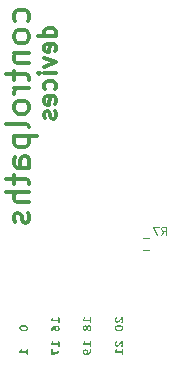
<source format=gbr>
%TF.GenerationSoftware,KiCad,Pcbnew,7.0.9-7.0.9~ubuntu22.04.1*%
%TF.CreationDate,2023-12-01T21:26:13+01:00*%
%TF.ProjectId,rp2040_pmod,72703230-3430-45f7-906d-6f642e6b6963,rev?*%
%TF.SameCoordinates,Original*%
%TF.FileFunction,Legend,Bot*%
%TF.FilePolarity,Positive*%
%FSLAX46Y46*%
G04 Gerber Fmt 4.6, Leading zero omitted, Abs format (unit mm)*
G04 Created by KiCad (PCBNEW 7.0.9-7.0.9~ubuntu22.04.1) date 2023-12-01 21:26:13*
%MOMM*%
%LPD*%
G01*
G04 APERTURE LIST*
%ADD10C,0.300000*%
%ADD11C,0.200000*%
%ADD12C,0.080000*%
%ADD13C,0.120000*%
G04 APERTURE END LIST*
D10*
X136200828Y-75697368D02*
X134700828Y-75697368D01*
X136129400Y-75697368D02*
X136200828Y-75554510D01*
X136200828Y-75554510D02*
X136200828Y-75268796D01*
X136200828Y-75268796D02*
X136129400Y-75125939D01*
X136129400Y-75125939D02*
X136057971Y-75054510D01*
X136057971Y-75054510D02*
X135915114Y-74983082D01*
X135915114Y-74983082D02*
X135486542Y-74983082D01*
X135486542Y-74983082D02*
X135343685Y-75054510D01*
X135343685Y-75054510D02*
X135272257Y-75125939D01*
X135272257Y-75125939D02*
X135200828Y-75268796D01*
X135200828Y-75268796D02*
X135200828Y-75554510D01*
X135200828Y-75554510D02*
X135272257Y-75697368D01*
X136129400Y-76983082D02*
X136200828Y-76840225D01*
X136200828Y-76840225D02*
X136200828Y-76554511D01*
X136200828Y-76554511D02*
X136129400Y-76411653D01*
X136129400Y-76411653D02*
X135986542Y-76340225D01*
X135986542Y-76340225D02*
X135415114Y-76340225D01*
X135415114Y-76340225D02*
X135272257Y-76411653D01*
X135272257Y-76411653D02*
X135200828Y-76554511D01*
X135200828Y-76554511D02*
X135200828Y-76840225D01*
X135200828Y-76840225D02*
X135272257Y-76983082D01*
X135272257Y-76983082D02*
X135415114Y-77054511D01*
X135415114Y-77054511D02*
X135557971Y-77054511D01*
X135557971Y-77054511D02*
X135700828Y-76340225D01*
X135200828Y-77554510D02*
X136200828Y-77911653D01*
X136200828Y-77911653D02*
X135200828Y-78268796D01*
X136200828Y-78840224D02*
X135200828Y-78840224D01*
X134700828Y-78840224D02*
X134772257Y-78768796D01*
X134772257Y-78768796D02*
X134843685Y-78840224D01*
X134843685Y-78840224D02*
X134772257Y-78911653D01*
X134772257Y-78911653D02*
X134700828Y-78840224D01*
X134700828Y-78840224D02*
X134843685Y-78840224D01*
X136129400Y-80197368D02*
X136200828Y-80054510D01*
X136200828Y-80054510D02*
X136200828Y-79768796D01*
X136200828Y-79768796D02*
X136129400Y-79625939D01*
X136129400Y-79625939D02*
X136057971Y-79554510D01*
X136057971Y-79554510D02*
X135915114Y-79483082D01*
X135915114Y-79483082D02*
X135486542Y-79483082D01*
X135486542Y-79483082D02*
X135343685Y-79554510D01*
X135343685Y-79554510D02*
X135272257Y-79625939D01*
X135272257Y-79625939D02*
X135200828Y-79768796D01*
X135200828Y-79768796D02*
X135200828Y-80054510D01*
X135200828Y-80054510D02*
X135272257Y-80197368D01*
X136129400Y-81411653D02*
X136200828Y-81268796D01*
X136200828Y-81268796D02*
X136200828Y-80983082D01*
X136200828Y-80983082D02*
X136129400Y-80840224D01*
X136129400Y-80840224D02*
X135986542Y-80768796D01*
X135986542Y-80768796D02*
X135415114Y-80768796D01*
X135415114Y-80768796D02*
X135272257Y-80840224D01*
X135272257Y-80840224D02*
X135200828Y-80983082D01*
X135200828Y-80983082D02*
X135200828Y-81268796D01*
X135200828Y-81268796D02*
X135272257Y-81411653D01*
X135272257Y-81411653D02*
X135415114Y-81483082D01*
X135415114Y-81483082D02*
X135557971Y-81483082D01*
X135557971Y-81483082D02*
X135700828Y-80768796D01*
X136129400Y-82054510D02*
X136200828Y-82197367D01*
X136200828Y-82197367D02*
X136200828Y-82483081D01*
X136200828Y-82483081D02*
X136129400Y-82625938D01*
X136129400Y-82625938D02*
X135986542Y-82697367D01*
X135986542Y-82697367D02*
X135915114Y-82697367D01*
X135915114Y-82697367D02*
X135772257Y-82625938D01*
X135772257Y-82625938D02*
X135700828Y-82483081D01*
X135700828Y-82483081D02*
X135700828Y-82268796D01*
X135700828Y-82268796D02*
X135629400Y-82125938D01*
X135629400Y-82125938D02*
X135486542Y-82054510D01*
X135486542Y-82054510D02*
X135415114Y-82054510D01*
X135415114Y-82054510D02*
X135272257Y-82125938D01*
X135272257Y-82125938D02*
X135200828Y-82268796D01*
X135200828Y-82268796D02*
X135200828Y-82483081D01*
X135200828Y-82483081D02*
X135272257Y-82625938D01*
X133844400Y-74430701D02*
X133939638Y-74240225D01*
X133939638Y-74240225D02*
X133939638Y-73859272D01*
X133939638Y-73859272D02*
X133844400Y-73668796D01*
X133844400Y-73668796D02*
X133749161Y-73573558D01*
X133749161Y-73573558D02*
X133558685Y-73478320D01*
X133558685Y-73478320D02*
X132987257Y-73478320D01*
X132987257Y-73478320D02*
X132796780Y-73573558D01*
X132796780Y-73573558D02*
X132701542Y-73668796D01*
X132701542Y-73668796D02*
X132606304Y-73859272D01*
X132606304Y-73859272D02*
X132606304Y-74240225D01*
X132606304Y-74240225D02*
X132701542Y-74430701D01*
X133939638Y-75573558D02*
X133844400Y-75383082D01*
X133844400Y-75383082D02*
X133749161Y-75287844D01*
X133749161Y-75287844D02*
X133558685Y-75192606D01*
X133558685Y-75192606D02*
X132987257Y-75192606D01*
X132987257Y-75192606D02*
X132796780Y-75287844D01*
X132796780Y-75287844D02*
X132701542Y-75383082D01*
X132701542Y-75383082D02*
X132606304Y-75573558D01*
X132606304Y-75573558D02*
X132606304Y-75859273D01*
X132606304Y-75859273D02*
X132701542Y-76049749D01*
X132701542Y-76049749D02*
X132796780Y-76144987D01*
X132796780Y-76144987D02*
X132987257Y-76240225D01*
X132987257Y-76240225D02*
X133558685Y-76240225D01*
X133558685Y-76240225D02*
X133749161Y-76144987D01*
X133749161Y-76144987D02*
X133844400Y-76049749D01*
X133844400Y-76049749D02*
X133939638Y-75859273D01*
X133939638Y-75859273D02*
X133939638Y-75573558D01*
X132606304Y-77097368D02*
X133939638Y-77097368D01*
X132796780Y-77097368D02*
X132701542Y-77192606D01*
X132701542Y-77192606D02*
X132606304Y-77383082D01*
X132606304Y-77383082D02*
X132606304Y-77668797D01*
X132606304Y-77668797D02*
X132701542Y-77859273D01*
X132701542Y-77859273D02*
X132892019Y-77954511D01*
X132892019Y-77954511D02*
X133939638Y-77954511D01*
X132606304Y-78621178D02*
X132606304Y-79383082D01*
X131939638Y-78906892D02*
X133653923Y-78906892D01*
X133653923Y-78906892D02*
X133844400Y-79002130D01*
X133844400Y-79002130D02*
X133939638Y-79192606D01*
X133939638Y-79192606D02*
X133939638Y-79383082D01*
X133939638Y-80049749D02*
X132606304Y-80049749D01*
X132987257Y-80049749D02*
X132796780Y-80144987D01*
X132796780Y-80144987D02*
X132701542Y-80240225D01*
X132701542Y-80240225D02*
X132606304Y-80430701D01*
X132606304Y-80430701D02*
X132606304Y-80621178D01*
X133939638Y-81573558D02*
X133844400Y-81383082D01*
X133844400Y-81383082D02*
X133749161Y-81287844D01*
X133749161Y-81287844D02*
X133558685Y-81192606D01*
X133558685Y-81192606D02*
X132987257Y-81192606D01*
X132987257Y-81192606D02*
X132796780Y-81287844D01*
X132796780Y-81287844D02*
X132701542Y-81383082D01*
X132701542Y-81383082D02*
X132606304Y-81573558D01*
X132606304Y-81573558D02*
X132606304Y-81859273D01*
X132606304Y-81859273D02*
X132701542Y-82049749D01*
X132701542Y-82049749D02*
X132796780Y-82144987D01*
X132796780Y-82144987D02*
X132987257Y-82240225D01*
X132987257Y-82240225D02*
X133558685Y-82240225D01*
X133558685Y-82240225D02*
X133749161Y-82144987D01*
X133749161Y-82144987D02*
X133844400Y-82049749D01*
X133844400Y-82049749D02*
X133939638Y-81859273D01*
X133939638Y-81859273D02*
X133939638Y-81573558D01*
X133939638Y-83383082D02*
X133844400Y-83192606D01*
X133844400Y-83192606D02*
X133653923Y-83097368D01*
X133653923Y-83097368D02*
X131939638Y-83097368D01*
X132606304Y-84144987D02*
X134606304Y-84144987D01*
X132701542Y-84144987D02*
X132606304Y-84335463D01*
X132606304Y-84335463D02*
X132606304Y-84716416D01*
X132606304Y-84716416D02*
X132701542Y-84906892D01*
X132701542Y-84906892D02*
X132796780Y-85002130D01*
X132796780Y-85002130D02*
X132987257Y-85097368D01*
X132987257Y-85097368D02*
X133558685Y-85097368D01*
X133558685Y-85097368D02*
X133749161Y-85002130D01*
X133749161Y-85002130D02*
X133844400Y-84906892D01*
X133844400Y-84906892D02*
X133939638Y-84716416D01*
X133939638Y-84716416D02*
X133939638Y-84335463D01*
X133939638Y-84335463D02*
X133844400Y-84144987D01*
X133939638Y-86811654D02*
X132892019Y-86811654D01*
X132892019Y-86811654D02*
X132701542Y-86716416D01*
X132701542Y-86716416D02*
X132606304Y-86525940D01*
X132606304Y-86525940D02*
X132606304Y-86144987D01*
X132606304Y-86144987D02*
X132701542Y-85954511D01*
X133844400Y-86811654D02*
X133939638Y-86621178D01*
X133939638Y-86621178D02*
X133939638Y-86144987D01*
X133939638Y-86144987D02*
X133844400Y-85954511D01*
X133844400Y-85954511D02*
X133653923Y-85859273D01*
X133653923Y-85859273D02*
X133463447Y-85859273D01*
X133463447Y-85859273D02*
X133272971Y-85954511D01*
X133272971Y-85954511D02*
X133177733Y-86144987D01*
X133177733Y-86144987D02*
X133177733Y-86621178D01*
X133177733Y-86621178D02*
X133082495Y-86811654D01*
X132606304Y-87478321D02*
X132606304Y-88240225D01*
X131939638Y-87764035D02*
X133653923Y-87764035D01*
X133653923Y-87764035D02*
X133844400Y-87859273D01*
X133844400Y-87859273D02*
X133939638Y-88049749D01*
X133939638Y-88049749D02*
X133939638Y-88240225D01*
X133939638Y-88906892D02*
X131939638Y-88906892D01*
X133939638Y-89764035D02*
X132892019Y-89764035D01*
X132892019Y-89764035D02*
X132701542Y-89668797D01*
X132701542Y-89668797D02*
X132606304Y-89478321D01*
X132606304Y-89478321D02*
X132606304Y-89192606D01*
X132606304Y-89192606D02*
X132701542Y-89002130D01*
X132701542Y-89002130D02*
X132796780Y-88906892D01*
X133844400Y-90621178D02*
X133939638Y-90811654D01*
X133939638Y-90811654D02*
X133939638Y-91192606D01*
X133939638Y-91192606D02*
X133844400Y-91383083D01*
X133844400Y-91383083D02*
X133653923Y-91478321D01*
X133653923Y-91478321D02*
X133558685Y-91478321D01*
X133558685Y-91478321D02*
X133368209Y-91383083D01*
X133368209Y-91383083D02*
X133272971Y-91192606D01*
X133272971Y-91192606D02*
X133272971Y-90906892D01*
X133272971Y-90906892D02*
X133177733Y-90716416D01*
X133177733Y-90716416D02*
X132987257Y-90621178D01*
X132987257Y-90621178D02*
X132892019Y-90621178D01*
X132892019Y-90621178D02*
X132701542Y-90716416D01*
X132701542Y-90716416D02*
X132606304Y-90906892D01*
X132606304Y-90906892D02*
X132606304Y-91192606D01*
X132606304Y-91192606D02*
X132701542Y-91383083D01*
D11*
G36*
X133512879Y-100164407D02*
G01*
X133527953Y-100165070D01*
X133542921Y-100166180D01*
X133557757Y-100167739D01*
X133572433Y-100169751D01*
X133586924Y-100172218D01*
X133601204Y-100175146D01*
X133615245Y-100178536D01*
X133629022Y-100182392D01*
X133642509Y-100186717D01*
X133655679Y-100191515D01*
X133668506Y-100196788D01*
X133680964Y-100202541D01*
X133693026Y-100208776D01*
X133704666Y-100215497D01*
X133715858Y-100222707D01*
X133726575Y-100230409D01*
X133736791Y-100238607D01*
X133746481Y-100247304D01*
X133755616Y-100256503D01*
X133764172Y-100266207D01*
X133772122Y-100276420D01*
X133779440Y-100287145D01*
X133786099Y-100298386D01*
X133792073Y-100310145D01*
X133797336Y-100322426D01*
X133801861Y-100335232D01*
X133805623Y-100348567D01*
X133808594Y-100362434D01*
X133810749Y-100376835D01*
X133812061Y-100391775D01*
X133812505Y-100407257D01*
X133812065Y-100422636D01*
X133810762Y-100437486D01*
X133808622Y-100451810D01*
X133805671Y-100465610D01*
X133801934Y-100478891D01*
X133797436Y-100491653D01*
X133792205Y-100503900D01*
X133786264Y-100515634D01*
X133779640Y-100526858D01*
X133772359Y-100537574D01*
X133764445Y-100547786D01*
X133755925Y-100557496D01*
X133746825Y-100566706D01*
X133737170Y-100575420D01*
X133726986Y-100583639D01*
X133716297Y-100591367D01*
X133705131Y-100598606D01*
X133693513Y-100605359D01*
X133681468Y-100611628D01*
X133669022Y-100617417D01*
X133656200Y-100622727D01*
X133643029Y-100627561D01*
X133629533Y-100631922D01*
X133615740Y-100635813D01*
X133601673Y-100639237D01*
X133587359Y-100642195D01*
X133572824Y-100644691D01*
X133558093Y-100646727D01*
X133543192Y-100648306D01*
X133528147Y-100649431D01*
X133512982Y-100650104D01*
X133497725Y-100650327D01*
X133390062Y-100650327D01*
X133374908Y-100650107D01*
X133359833Y-100649444D01*
X133344865Y-100648334D01*
X133330030Y-100646775D01*
X133315354Y-100644763D01*
X133300863Y-100642296D01*
X133286583Y-100639368D01*
X133272542Y-100635978D01*
X133258764Y-100632122D01*
X133245278Y-100627797D01*
X133232107Y-100622999D01*
X133219280Y-100617726D01*
X133206823Y-100611973D01*
X133194761Y-100605738D01*
X133183121Y-100599017D01*
X133171929Y-100591807D01*
X133161212Y-100584105D01*
X133150995Y-100575907D01*
X133141306Y-100567210D01*
X133132170Y-100558011D01*
X133123614Y-100548307D01*
X133115664Y-100538094D01*
X133108347Y-100527369D01*
X133101688Y-100516128D01*
X133095714Y-100504369D01*
X133090451Y-100492088D01*
X133085926Y-100479282D01*
X133082164Y-100465947D01*
X133079193Y-100452080D01*
X133077038Y-100437679D01*
X133075725Y-100422739D01*
X133075282Y-100407257D01*
X133187243Y-100407257D01*
X133188139Y-100421835D01*
X133190790Y-100435723D01*
X133195142Y-100448887D01*
X133201144Y-100461293D01*
X133208740Y-100472905D01*
X133217877Y-100483689D01*
X133228502Y-100493610D01*
X133240561Y-100502634D01*
X133254001Y-100510726D01*
X133261222Y-100514412D01*
X133268769Y-100517851D01*
X133276633Y-100521041D01*
X133284810Y-100523976D01*
X133293291Y-100526651D01*
X133302071Y-100529064D01*
X133311142Y-100531209D01*
X133320499Y-100533082D01*
X133330133Y-100534679D01*
X133340039Y-100535995D01*
X133350211Y-100537026D01*
X133360640Y-100537768D01*
X133371321Y-100538216D01*
X133382247Y-100538367D01*
X133505736Y-100538367D01*
X133516661Y-100538216D01*
X133527340Y-100537768D01*
X133537767Y-100537026D01*
X133547934Y-100535995D01*
X133557836Y-100534679D01*
X133567466Y-100533082D01*
X133576816Y-100531209D01*
X133585881Y-100529064D01*
X133594654Y-100526651D01*
X133603127Y-100523976D01*
X133611296Y-100521041D01*
X133619152Y-100517851D01*
X133626689Y-100514412D01*
X133633901Y-100510726D01*
X133640782Y-100506799D01*
X133653520Y-100498236D01*
X133664851Y-100488759D01*
X133674721Y-100478402D01*
X133683079Y-100467200D01*
X133689871Y-100455187D01*
X133695043Y-100442398D01*
X133698544Y-100428867D01*
X133700319Y-100414630D01*
X133700544Y-100407257D01*
X133699650Y-100392681D01*
X133697006Y-100378799D01*
X133692663Y-100365645D01*
X133686674Y-100353252D01*
X133679093Y-100341655D01*
X133669972Y-100330887D01*
X133659364Y-100320984D01*
X133647323Y-100311978D01*
X133633901Y-100303904D01*
X133626689Y-100300227D01*
X133619152Y-100296796D01*
X133611296Y-100293615D01*
X133603127Y-100290689D01*
X133594654Y-100288020D01*
X133585881Y-100285615D01*
X133576816Y-100283477D01*
X133567466Y-100281609D01*
X133557836Y-100280018D01*
X133547934Y-100278706D01*
X133537767Y-100277679D01*
X133527340Y-100276939D01*
X133516661Y-100276493D01*
X133505736Y-100276343D01*
X133382247Y-100276343D01*
X133371321Y-100276493D01*
X133360640Y-100276939D01*
X133350211Y-100277679D01*
X133340039Y-100278706D01*
X133330133Y-100280018D01*
X133320499Y-100281609D01*
X133311142Y-100283477D01*
X133302071Y-100285615D01*
X133293291Y-100288020D01*
X133284810Y-100290689D01*
X133276633Y-100293615D01*
X133268769Y-100296796D01*
X133261222Y-100300227D01*
X133254001Y-100303904D01*
X133247112Y-100307822D01*
X133234356Y-100316366D01*
X133223007Y-100325825D01*
X133213119Y-100336165D01*
X133204746Y-100347352D01*
X133197940Y-100359351D01*
X133192757Y-100372129D01*
X133189248Y-100385652D01*
X133187468Y-100399885D01*
X133187243Y-100407257D01*
X133075282Y-100407257D01*
X133075722Y-100391878D01*
X133077025Y-100377028D01*
X133079165Y-100362704D01*
X133082116Y-100348904D01*
X133085853Y-100335623D01*
X133090350Y-100322861D01*
X133095582Y-100310614D01*
X133101523Y-100298880D01*
X133108147Y-100287656D01*
X133115428Y-100276940D01*
X133123342Y-100266728D01*
X133131861Y-100257018D01*
X133140962Y-100247808D01*
X133150617Y-100239094D01*
X133160801Y-100230875D01*
X133171489Y-100223147D01*
X133182655Y-100215908D01*
X133194274Y-100209155D01*
X133206319Y-100202886D01*
X133218765Y-100197097D01*
X133231587Y-100191787D01*
X133244758Y-100186953D01*
X133258253Y-100182592D01*
X133272047Y-100178701D01*
X133286114Y-100175277D01*
X133300427Y-100172319D01*
X133314963Y-100169823D01*
X133329693Y-100167787D01*
X133344595Y-100166208D01*
X133359640Y-100165083D01*
X133374805Y-100164410D01*
X133390062Y-100164187D01*
X133497725Y-100164187D01*
X133512879Y-100164407D01*
G37*
G36*
X133744117Y-102178311D02*
G01*
X133753250Y-102178920D01*
X133762740Y-102181062D01*
X133772102Y-102185204D01*
X133778748Y-102189907D01*
X133784843Y-102196197D01*
X133790184Y-102204273D01*
X133794565Y-102214334D01*
X133796852Y-102222240D01*
X133798560Y-102231175D01*
X133799630Y-102241197D01*
X133800000Y-102252365D01*
X133800000Y-102590593D01*
X133799840Y-102598603D01*
X133798965Y-102609979D01*
X133797258Y-102620515D01*
X133794639Y-102630127D01*
X133791028Y-102638729D01*
X133786348Y-102646239D01*
X133780517Y-102652571D01*
X133773458Y-102657643D01*
X133765091Y-102661370D01*
X133755337Y-102663667D01*
X133744117Y-102664452D01*
X133735727Y-102664052D01*
X133724723Y-102662021D01*
X133715488Y-102658407D01*
X133707879Y-102653361D01*
X133701752Y-102647033D01*
X133696962Y-102639574D01*
X133693366Y-102631135D01*
X133690819Y-102621867D01*
X133689178Y-102611920D01*
X133688300Y-102601445D01*
X133688039Y-102590593D01*
X133688039Y-102477459D01*
X133085443Y-102477459D01*
X133085443Y-102366475D01*
X133188611Y-102215240D01*
X133193510Y-102208473D01*
X133199812Y-102200747D01*
X133206003Y-102194422D01*
X133212251Y-102189408D01*
X133220395Y-102184849D01*
X133229215Y-102182026D01*
X133236978Y-102180899D01*
X133243321Y-102180655D01*
X133253331Y-102181709D01*
X133262213Y-102184689D01*
X133269906Y-102189321D01*
X133276343Y-102195334D01*
X133281461Y-102202456D01*
X133285197Y-102210413D01*
X133287485Y-102218934D01*
X133288262Y-102227745D01*
X133288097Y-102235938D01*
X133287369Y-102244686D01*
X133285589Y-102253481D01*
X133282645Y-102261017D01*
X133278351Y-102267926D01*
X133273607Y-102273663D01*
X133208736Y-102365498D01*
X133688039Y-102365498D01*
X133688039Y-102252365D01*
X133688164Y-102244321D01*
X133688880Y-102232900D01*
X133690344Y-102222329D01*
X133692680Y-102212691D01*
X133696016Y-102204068D01*
X133700479Y-102196544D01*
X133706195Y-102190202D01*
X133713290Y-102185124D01*
X133721891Y-102181394D01*
X133732124Y-102179095D01*
X133739916Y-102178399D01*
X133744117Y-102178311D01*
G37*
G36*
X136432117Y-99492812D02*
G01*
X136441250Y-99493421D01*
X136450740Y-99495563D01*
X136460102Y-99499705D01*
X136466748Y-99504408D01*
X136472843Y-99510698D01*
X136478184Y-99518774D01*
X136482565Y-99528835D01*
X136484852Y-99536741D01*
X136486560Y-99545676D01*
X136487630Y-99555698D01*
X136488000Y-99566866D01*
X136488000Y-99905094D01*
X136487840Y-99913104D01*
X136486965Y-99924481D01*
X136485258Y-99935017D01*
X136482639Y-99944628D01*
X136479028Y-99953230D01*
X136474348Y-99960740D01*
X136468517Y-99967072D01*
X136461458Y-99972144D01*
X136453091Y-99975871D01*
X136443337Y-99978168D01*
X136432117Y-99978953D01*
X136423727Y-99978553D01*
X136412723Y-99976522D01*
X136403488Y-99972908D01*
X136395879Y-99967862D01*
X136389752Y-99961534D01*
X136384962Y-99954075D01*
X136381366Y-99945636D01*
X136378819Y-99936368D01*
X136377178Y-99926421D01*
X136376300Y-99915946D01*
X136376039Y-99905094D01*
X136376039Y-99791960D01*
X135773443Y-99791960D01*
X135773443Y-99680976D01*
X135876611Y-99529741D01*
X135881510Y-99522974D01*
X135887812Y-99515248D01*
X135894003Y-99508923D01*
X135900251Y-99503909D01*
X135908395Y-99499350D01*
X135917215Y-99496527D01*
X135924978Y-99495400D01*
X135931321Y-99495157D01*
X135941331Y-99496210D01*
X135950213Y-99499190D01*
X135957906Y-99503822D01*
X135964343Y-99509836D01*
X135969461Y-99516957D01*
X135973197Y-99524914D01*
X135975485Y-99533435D01*
X135976262Y-99542247D01*
X135976097Y-99550439D01*
X135975369Y-99559187D01*
X135973589Y-99567982D01*
X135970645Y-99575518D01*
X135966351Y-99582427D01*
X135961607Y-99588164D01*
X135896736Y-99680000D01*
X136376039Y-99680000D01*
X136376039Y-99566866D01*
X136376164Y-99558822D01*
X136376880Y-99547401D01*
X136378344Y-99536830D01*
X136380680Y-99527192D01*
X136384016Y-99518569D01*
X136388479Y-99511045D01*
X136394195Y-99504703D01*
X136401290Y-99499625D01*
X136409891Y-99495895D01*
X136420124Y-99493596D01*
X136427916Y-99492900D01*
X136432117Y-99492812D01*
G37*
G36*
X136174428Y-100188957D02*
G01*
X136188390Y-100189422D01*
X136202557Y-100190219D01*
X136216884Y-100191368D01*
X136231326Y-100192888D01*
X136245837Y-100194795D01*
X136260373Y-100197111D01*
X136274888Y-100199852D01*
X136289339Y-100203038D01*
X136303680Y-100206688D01*
X136317867Y-100210820D01*
X136331853Y-100215452D01*
X136345595Y-100220604D01*
X136359048Y-100226295D01*
X136372166Y-100232542D01*
X136384905Y-100239364D01*
X136397219Y-100246781D01*
X136409065Y-100254811D01*
X136420396Y-100263472D01*
X136431169Y-100272784D01*
X136441338Y-100282764D01*
X136450858Y-100293432D01*
X136459685Y-100304806D01*
X136467773Y-100316905D01*
X136475078Y-100329748D01*
X136481554Y-100343353D01*
X136487158Y-100357739D01*
X136491843Y-100372925D01*
X136495565Y-100388929D01*
X136498279Y-100405770D01*
X136499941Y-100423466D01*
X136500505Y-100442037D01*
X136500228Y-100455603D01*
X136499403Y-100468785D01*
X136498041Y-100481579D01*
X136496152Y-100493983D01*
X136493745Y-100505993D01*
X136490832Y-100517607D01*
X136487421Y-100528822D01*
X136483524Y-100539634D01*
X136479149Y-100550040D01*
X136474308Y-100560038D01*
X136469010Y-100569624D01*
X136463266Y-100578795D01*
X136457085Y-100587549D01*
X136450478Y-100595882D01*
X136443454Y-100603791D01*
X136436025Y-100611273D01*
X136428199Y-100618325D01*
X136419987Y-100624945D01*
X136411399Y-100631128D01*
X136402445Y-100636872D01*
X136393135Y-100642175D01*
X136383480Y-100647032D01*
X136373489Y-100651441D01*
X136363173Y-100655399D01*
X136352541Y-100658902D01*
X136341604Y-100661948D01*
X136330372Y-100664534D01*
X136318854Y-100666657D01*
X136307062Y-100668313D01*
X136295004Y-100669500D01*
X136282692Y-100670214D01*
X136270135Y-100670453D01*
X136258158Y-100670177D01*
X136246345Y-100669356D01*
X136234709Y-100668004D01*
X136223264Y-100666135D01*
X136212025Y-100663761D01*
X136201006Y-100660896D01*
X136190222Y-100657554D01*
X136179686Y-100653747D01*
X136169412Y-100649489D01*
X136159416Y-100644793D01*
X136149711Y-100639673D01*
X136140311Y-100634142D01*
X136131232Y-100628213D01*
X136122486Y-100621899D01*
X136114088Y-100615214D01*
X136106053Y-100608171D01*
X136098394Y-100600784D01*
X136091126Y-100593065D01*
X136084264Y-100585028D01*
X136077820Y-100576687D01*
X136071811Y-100568054D01*
X136066249Y-100559143D01*
X136061149Y-100549967D01*
X136056526Y-100540540D01*
X136052394Y-100530875D01*
X136048766Y-100520985D01*
X136045657Y-100510883D01*
X136043081Y-100500584D01*
X136041053Y-100490099D01*
X136039587Y-100479443D01*
X136038697Y-100468628D01*
X136038397Y-100457669D01*
X136038585Y-100449853D01*
X136150358Y-100449853D01*
X136150965Y-100461055D01*
X136152746Y-100471912D01*
X136155644Y-100482372D01*
X136159603Y-100492382D01*
X136164564Y-100501891D01*
X136170472Y-100510846D01*
X136177267Y-100519195D01*
X136184894Y-100526887D01*
X136193295Y-100533869D01*
X136202412Y-100540089D01*
X136212189Y-100545495D01*
X136222569Y-100550035D01*
X136233493Y-100553657D01*
X136244905Y-100556308D01*
X136256747Y-100557938D01*
X136268963Y-100558492D01*
X136282509Y-100557997D01*
X136295362Y-100556524D01*
X136307497Y-100554096D01*
X136318889Y-100550734D01*
X136329512Y-100546460D01*
X136339342Y-100541295D01*
X136348354Y-100535260D01*
X136356524Y-100528377D01*
X136363825Y-100520667D01*
X136370234Y-100512153D01*
X136375725Y-100502854D01*
X136380273Y-100492794D01*
X136383854Y-100481993D01*
X136386443Y-100470472D01*
X136388014Y-100458254D01*
X136388544Y-100445359D01*
X136388048Y-100432106D01*
X136386545Y-100419596D01*
X136384013Y-100407816D01*
X136380429Y-100396755D01*
X136375771Y-100386398D01*
X136370017Y-100376734D01*
X136363145Y-100367751D01*
X136355131Y-100359434D01*
X136345955Y-100351773D01*
X136335593Y-100344754D01*
X136324023Y-100338364D01*
X136311223Y-100332592D01*
X136297170Y-100327424D01*
X136289667Y-100325063D01*
X136281843Y-100322848D01*
X136273694Y-100320778D01*
X136265218Y-100318852D01*
X136256412Y-100317067D01*
X136247274Y-100315422D01*
X136236976Y-100321394D01*
X136227065Y-100327922D01*
X136217578Y-100334955D01*
X136208555Y-100342444D01*
X136200033Y-100350340D01*
X136192051Y-100358592D01*
X136184647Y-100367152D01*
X136177860Y-100375969D01*
X136171727Y-100384996D01*
X136166288Y-100394180D01*
X136161580Y-100403475D01*
X136157643Y-100412829D01*
X136154513Y-100422193D01*
X136152230Y-100431518D01*
X136150833Y-100440755D01*
X136150358Y-100449853D01*
X136038585Y-100449853D01*
X136038650Y-100447134D01*
X136039424Y-100436901D01*
X136040740Y-100426931D01*
X136042620Y-100417189D01*
X136045084Y-100407634D01*
X136048155Y-100398232D01*
X136051854Y-100388943D01*
X136056203Y-100379731D01*
X136061222Y-100370557D01*
X136066934Y-100361386D01*
X136073359Y-100352178D01*
X136080520Y-100342896D01*
X136088438Y-100333503D01*
X136097133Y-100323962D01*
X136106629Y-100314235D01*
X136116946Y-100304284D01*
X136104409Y-100306926D01*
X136092122Y-100310010D01*
X136080093Y-100313523D01*
X136068333Y-100317454D01*
X136056851Y-100321793D01*
X136045657Y-100326528D01*
X136034761Y-100331648D01*
X136024173Y-100337141D01*
X136013902Y-100342997D01*
X136003959Y-100349203D01*
X135994352Y-100355750D01*
X135985092Y-100362625D01*
X135976189Y-100369818D01*
X135967652Y-100377317D01*
X135959491Y-100385111D01*
X135951715Y-100393189D01*
X135944336Y-100401539D01*
X135937361Y-100410150D01*
X135930802Y-100419011D01*
X135924667Y-100428112D01*
X135918968Y-100437439D01*
X135913712Y-100446983D01*
X135908911Y-100456732D01*
X135904574Y-100466675D01*
X135900710Y-100476801D01*
X135897330Y-100487098D01*
X135894443Y-100497555D01*
X135892059Y-100508161D01*
X135890188Y-100518904D01*
X135888839Y-100529774D01*
X135888023Y-100540760D01*
X135887748Y-100551849D01*
X135888671Y-100561678D01*
X135890461Y-100570570D01*
X135892827Y-100579950D01*
X135895441Y-100589424D01*
X135897972Y-100598598D01*
X135900092Y-100607078D01*
X135901659Y-100616103D01*
X135901817Y-100619064D01*
X135901168Y-100627696D01*
X135899284Y-100635939D01*
X135896261Y-100643692D01*
X135892193Y-100650856D01*
X135887174Y-100657329D01*
X135881299Y-100663011D01*
X135874663Y-100667802D01*
X135867360Y-100671601D01*
X135859486Y-100674308D01*
X135851134Y-100675822D01*
X135845348Y-100676120D01*
X135837316Y-100675510D01*
X135829650Y-100673708D01*
X135822369Y-100670751D01*
X135815495Y-100666680D01*
X135809050Y-100661532D01*
X135803053Y-100655347D01*
X135797528Y-100648163D01*
X135792494Y-100640020D01*
X135787972Y-100630957D01*
X135783986Y-100621012D01*
X135780554Y-100610225D01*
X135777699Y-100598633D01*
X135775441Y-100586277D01*
X135773802Y-100573196D01*
X135772803Y-100559427D01*
X135772466Y-100545010D01*
X135772604Y-100535389D01*
X135773017Y-100525834D01*
X135773704Y-100516347D01*
X135774666Y-100506928D01*
X135775901Y-100497579D01*
X135777409Y-100488300D01*
X135779189Y-100479092D01*
X135781240Y-100469957D01*
X135783562Y-100460896D01*
X135786154Y-100451909D01*
X135789016Y-100442998D01*
X135792146Y-100434163D01*
X135795545Y-100425406D01*
X135799211Y-100416728D01*
X135803144Y-100408130D01*
X135807344Y-100399612D01*
X135811808Y-100391177D01*
X135816538Y-100382824D01*
X135821533Y-100374555D01*
X135826791Y-100366371D01*
X135832312Y-100358273D01*
X135838095Y-100350263D01*
X135844140Y-100342340D01*
X135850446Y-100334506D01*
X135857013Y-100326763D01*
X135863839Y-100319111D01*
X135870925Y-100311551D01*
X135878269Y-100304084D01*
X135885871Y-100296711D01*
X135893731Y-100289434D01*
X135901847Y-100282254D01*
X135910219Y-100275170D01*
X135916671Y-100269886D01*
X135923205Y-100264766D01*
X135929822Y-100259811D01*
X135936522Y-100255022D01*
X135943306Y-100250399D01*
X135950175Y-100245941D01*
X135957129Y-100241649D01*
X135964169Y-100237523D01*
X135971296Y-100233564D01*
X135978510Y-100229771D01*
X135985812Y-100226145D01*
X135993204Y-100222685D01*
X136000684Y-100219393D01*
X136008255Y-100216268D01*
X136015916Y-100213310D01*
X136023669Y-100210519D01*
X136031515Y-100207897D01*
X136039453Y-100205442D01*
X136047484Y-100203155D01*
X136055610Y-100201037D01*
X136063831Y-100199087D01*
X136072147Y-100197306D01*
X136080559Y-100195693D01*
X136089068Y-100194250D01*
X136097675Y-100192975D01*
X136106381Y-100191870D01*
X136115185Y-100190935D01*
X136124089Y-100190169D01*
X136133093Y-100189573D01*
X136142198Y-100189147D01*
X136151405Y-100188891D01*
X136160714Y-100188806D01*
X136174428Y-100188957D01*
G37*
G36*
X136432117Y-101506936D02*
G01*
X136441250Y-101507545D01*
X136450740Y-101509687D01*
X136460102Y-101513829D01*
X136466748Y-101518532D01*
X136472843Y-101524822D01*
X136478184Y-101532899D01*
X136482565Y-101542959D01*
X136484852Y-101550865D01*
X136486560Y-101559800D01*
X136487630Y-101569823D01*
X136488000Y-101580990D01*
X136488000Y-101919218D01*
X136487840Y-101927228D01*
X136486965Y-101938605D01*
X136485258Y-101949141D01*
X136482639Y-101958752D01*
X136479028Y-101967354D01*
X136474348Y-101974864D01*
X136468517Y-101981196D01*
X136461458Y-101986268D01*
X136453091Y-101989995D01*
X136443337Y-101992292D01*
X136432117Y-101993077D01*
X136423727Y-101992677D01*
X136412723Y-101990646D01*
X136403488Y-101987032D01*
X136395879Y-101981986D01*
X136389752Y-101975658D01*
X136384962Y-101968199D01*
X136381366Y-101959761D01*
X136378819Y-101950492D01*
X136377178Y-101940545D01*
X136376300Y-101930070D01*
X136376039Y-101919218D01*
X136376039Y-101806085D01*
X135773443Y-101806085D01*
X135773443Y-101695101D01*
X135876611Y-101543866D01*
X135881510Y-101537098D01*
X135887812Y-101529372D01*
X135894003Y-101523047D01*
X135900251Y-101518033D01*
X135908395Y-101513474D01*
X135917215Y-101510651D01*
X135924978Y-101509524D01*
X135931321Y-101509281D01*
X135941331Y-101510334D01*
X135950213Y-101513314D01*
X135957906Y-101517946D01*
X135964343Y-101523960D01*
X135969461Y-101531081D01*
X135973197Y-101539039D01*
X135975485Y-101547559D01*
X135976262Y-101556371D01*
X135976097Y-101564563D01*
X135975369Y-101573311D01*
X135973589Y-101582107D01*
X135970645Y-101589642D01*
X135966351Y-101596552D01*
X135961607Y-101602288D01*
X135896736Y-101694124D01*
X136376039Y-101694124D01*
X136376039Y-101580990D01*
X136376164Y-101572946D01*
X136376880Y-101561526D01*
X136378344Y-101550955D01*
X136380680Y-101541316D01*
X136384016Y-101532693D01*
X136388479Y-101525169D01*
X136394195Y-101518827D01*
X136401290Y-101513749D01*
X136409891Y-101510019D01*
X136420124Y-101507721D01*
X136427916Y-101507024D01*
X136432117Y-101506936D01*
G37*
G36*
X135962780Y-102225401D02*
G01*
X135961799Y-102234737D01*
X135959839Y-102243190D01*
X135956889Y-102250773D01*
X135951398Y-102259556D01*
X135944104Y-102266849D01*
X135937434Y-102271360D01*
X135929724Y-102275066D01*
X135920965Y-102277978D01*
X135911145Y-102280111D01*
X135900254Y-102281479D01*
X135900254Y-102536859D01*
X136395969Y-102368820D01*
X136404243Y-102366025D01*
X136412566Y-102363647D01*
X136420620Y-102361974D01*
X136428495Y-102361140D01*
X136434071Y-102361004D01*
X136442174Y-102361691D01*
X136449931Y-102363674D01*
X136457244Y-102366840D01*
X136464014Y-102371071D01*
X136470143Y-102376255D01*
X136475531Y-102382276D01*
X136480082Y-102389018D01*
X136483695Y-102396368D01*
X136486272Y-102404209D01*
X136487716Y-102412428D01*
X136488000Y-102418060D01*
X136487609Y-102425878D01*
X136485803Y-102435239D01*
X136482406Y-102443537D01*
X136477281Y-102450939D01*
X136470294Y-102457612D01*
X136463751Y-102462239D01*
X136456027Y-102466621D01*
X136447066Y-102470828D01*
X136436810Y-102474930D01*
X136433094Y-102476287D01*
X135899277Y-102654487D01*
X135788293Y-102654487D01*
X135788293Y-102169323D01*
X135886967Y-102169323D01*
X135898411Y-102169612D01*
X135909256Y-102170563D01*
X135919386Y-102172303D01*
X135928688Y-102174959D01*
X135937045Y-102178657D01*
X135944343Y-102183523D01*
X135950467Y-102189684D01*
X135955303Y-102197267D01*
X135958734Y-102206398D01*
X135960647Y-102217204D01*
X135961021Y-102225401D01*
X135962780Y-102225401D01*
G37*
G36*
X139120117Y-99492812D02*
G01*
X139129250Y-99493421D01*
X139138740Y-99495563D01*
X139148102Y-99499705D01*
X139154748Y-99504408D01*
X139160843Y-99510698D01*
X139166184Y-99518774D01*
X139170565Y-99528835D01*
X139172852Y-99536741D01*
X139174560Y-99545676D01*
X139175630Y-99555698D01*
X139176000Y-99566866D01*
X139176000Y-99905094D01*
X139175840Y-99913104D01*
X139174965Y-99924481D01*
X139173258Y-99935017D01*
X139170639Y-99944628D01*
X139167028Y-99953230D01*
X139162348Y-99960740D01*
X139156517Y-99967072D01*
X139149458Y-99972144D01*
X139141091Y-99975871D01*
X139131337Y-99978168D01*
X139120117Y-99978953D01*
X139111727Y-99978553D01*
X139100723Y-99976522D01*
X139091488Y-99972908D01*
X139083879Y-99967862D01*
X139077752Y-99961534D01*
X139072962Y-99954075D01*
X139069366Y-99945636D01*
X139066819Y-99936368D01*
X139065178Y-99926421D01*
X139064300Y-99915946D01*
X139064039Y-99905094D01*
X139064039Y-99791960D01*
X138461443Y-99791960D01*
X138461443Y-99680976D01*
X138564611Y-99529741D01*
X138569510Y-99522974D01*
X138575812Y-99515248D01*
X138582003Y-99508923D01*
X138588251Y-99503909D01*
X138596395Y-99499350D01*
X138605215Y-99496527D01*
X138612978Y-99495400D01*
X138619321Y-99495157D01*
X138629331Y-99496210D01*
X138638213Y-99499190D01*
X138645906Y-99503822D01*
X138652343Y-99509836D01*
X138657461Y-99516957D01*
X138661197Y-99524914D01*
X138663485Y-99533435D01*
X138664262Y-99542247D01*
X138664097Y-99550439D01*
X138663369Y-99559187D01*
X138661589Y-99567982D01*
X138658645Y-99575518D01*
X138654351Y-99582427D01*
X138649607Y-99588164D01*
X138584736Y-99680000D01*
X139064039Y-99680000D01*
X139064039Y-99566866D01*
X139064164Y-99558822D01*
X139064880Y-99547401D01*
X139066344Y-99536830D01*
X139068680Y-99527192D01*
X139072016Y-99518569D01*
X139076479Y-99511045D01*
X139082195Y-99504703D01*
X139089290Y-99499625D01*
X139097891Y-99495895D01*
X139108124Y-99493596D01*
X139115916Y-99492900D01*
X139120117Y-99492812D01*
G37*
G36*
X138997814Y-100164474D02*
G01*
X139008732Y-100165330D01*
X139019409Y-100166744D01*
X139029837Y-100168706D01*
X139040007Y-100171207D01*
X139049912Y-100174237D01*
X139059545Y-100177785D01*
X139068896Y-100181842D01*
X139077959Y-100186398D01*
X139086724Y-100191443D01*
X139095186Y-100196967D01*
X139103335Y-100202960D01*
X139111163Y-100209413D01*
X139118663Y-100216315D01*
X139125827Y-100223656D01*
X139132646Y-100231427D01*
X139139114Y-100239617D01*
X139145222Y-100248217D01*
X139150961Y-100257217D01*
X139156325Y-100266606D01*
X139161306Y-100276376D01*
X139165894Y-100286516D01*
X139170084Y-100297015D01*
X139173865Y-100307865D01*
X139177232Y-100319056D01*
X139180175Y-100330577D01*
X139182687Y-100342418D01*
X139184761Y-100354570D01*
X139186387Y-100367022D01*
X139187558Y-100379765D01*
X139188267Y-100392790D01*
X139188505Y-100406085D01*
X139188267Y-100419610D01*
X139187558Y-100432849D01*
X139186387Y-100445792D01*
X139184761Y-100458430D01*
X139182687Y-100470753D01*
X139180175Y-100482752D01*
X139177232Y-100494418D01*
X139173865Y-100505742D01*
X139170084Y-100516713D01*
X139165894Y-100527323D01*
X139161306Y-100537562D01*
X139156325Y-100547421D01*
X139150961Y-100556890D01*
X139145222Y-100565961D01*
X139139114Y-100574623D01*
X139132646Y-100582868D01*
X139125827Y-100590685D01*
X139118663Y-100598066D01*
X139111163Y-100605001D01*
X139103335Y-100611481D01*
X139095186Y-100617497D01*
X139086724Y-100623039D01*
X139077959Y-100628097D01*
X139068896Y-100632663D01*
X139059545Y-100636726D01*
X139049912Y-100640279D01*
X139040007Y-100643310D01*
X139029837Y-100645811D01*
X139019409Y-100647773D01*
X139008732Y-100649186D01*
X138997814Y-100650041D01*
X138986662Y-100650327D01*
X138973719Y-100649895D01*
X138961048Y-100648601D01*
X138948652Y-100646447D01*
X138936535Y-100643437D01*
X138924698Y-100639574D01*
X138913143Y-100634861D01*
X138901875Y-100629302D01*
X138890895Y-100622899D01*
X138880205Y-100615656D01*
X138869809Y-100607575D01*
X138859709Y-100598661D01*
X138849908Y-100588916D01*
X138840407Y-100578343D01*
X138831211Y-100566945D01*
X138822320Y-100554726D01*
X138813739Y-100541688D01*
X138805294Y-100553873D01*
X138796730Y-100565226D01*
X138788032Y-100575754D01*
X138779187Y-100585463D01*
X138770181Y-100594358D01*
X138760999Y-100602447D01*
X138751628Y-100609736D01*
X138742053Y-100616231D01*
X138732261Y-100621938D01*
X138722237Y-100626864D01*
X138711968Y-100631015D01*
X138701439Y-100634397D01*
X138690636Y-100637016D01*
X138679546Y-100638879D01*
X138668154Y-100639993D01*
X138656446Y-100640362D01*
X138645801Y-100640059D01*
X138635305Y-100639159D01*
X138624971Y-100637677D01*
X138614812Y-100635627D01*
X138604840Y-100633025D01*
X138595067Y-100629885D01*
X138585505Y-100626220D01*
X138576167Y-100622047D01*
X138567065Y-100617380D01*
X138558211Y-100612233D01*
X138549618Y-100606621D01*
X138541299Y-100600558D01*
X138533265Y-100594060D01*
X138525529Y-100587140D01*
X138518103Y-100579814D01*
X138511000Y-100572096D01*
X138504231Y-100564001D01*
X138497810Y-100555544D01*
X138491748Y-100546738D01*
X138486058Y-100537599D01*
X138480753Y-100528141D01*
X138475844Y-100518380D01*
X138471344Y-100508328D01*
X138467265Y-100498002D01*
X138463620Y-100487416D01*
X138460420Y-100476584D01*
X138457680Y-100465522D01*
X138455409Y-100454243D01*
X138453622Y-100442762D01*
X138452330Y-100431095D01*
X138451546Y-100419255D01*
X138451282Y-100407257D01*
X138563243Y-100407257D01*
X138563723Y-100420433D01*
X138565140Y-100433043D01*
X138567460Y-100445047D01*
X138570650Y-100456408D01*
X138574675Y-100467085D01*
X138579503Y-100477039D01*
X138585098Y-100486231D01*
X138591429Y-100494623D01*
X138598460Y-100502174D01*
X138606157Y-100508845D01*
X138614488Y-100514597D01*
X138623418Y-100519392D01*
X138632914Y-100523189D01*
X138642942Y-100525950D01*
X138653467Y-100527636D01*
X138664457Y-100528206D01*
X138675067Y-100527623D01*
X138685255Y-100525902D01*
X138694986Y-100523089D01*
X138704223Y-100519227D01*
X138712930Y-100514361D01*
X138721071Y-100508536D01*
X138728609Y-100501795D01*
X138735508Y-100494183D01*
X138741731Y-100485745D01*
X138747242Y-100476524D01*
X138752006Y-100466565D01*
X138755984Y-100455913D01*
X138759142Y-100444612D01*
X138761443Y-100432706D01*
X138762850Y-100420240D01*
X138763327Y-100407257D01*
X138876460Y-100407257D01*
X138876979Y-100420933D01*
X138878503Y-100434152D01*
X138880986Y-100446856D01*
X138884380Y-100458985D01*
X138888636Y-100470480D01*
X138893709Y-100481284D01*
X138899550Y-100491338D01*
X138906111Y-100500582D01*
X138913346Y-100508959D01*
X138921206Y-100516409D01*
X138929645Y-100522874D01*
X138938614Y-100528295D01*
X138948066Y-100532613D01*
X138957954Y-100535770D01*
X138968230Y-100537708D01*
X138978847Y-100538367D01*
X138989185Y-100537731D01*
X138999145Y-100535858D01*
X139008687Y-100532797D01*
X139017770Y-100528597D01*
X139026355Y-100523307D01*
X139034402Y-100516975D01*
X139041872Y-100509653D01*
X139048725Y-100501388D01*
X139054920Y-100492230D01*
X139060418Y-100482229D01*
X139065180Y-100471433D01*
X139069165Y-100459891D01*
X139072333Y-100447654D01*
X139074646Y-100434769D01*
X139076063Y-100421287D01*
X139076544Y-100407257D01*
X139076062Y-100393229D01*
X139074644Y-100379753D01*
X139072326Y-100366878D01*
X139069146Y-100354653D01*
X139065144Y-100343127D01*
X139060356Y-100332347D01*
X139054822Y-100322363D01*
X139048578Y-100313224D01*
X139041664Y-100304977D01*
X139034116Y-100297672D01*
X139025974Y-100291358D01*
X139017275Y-100286082D01*
X139008058Y-100281894D01*
X138998360Y-100278843D01*
X138988219Y-100276976D01*
X138977674Y-100276343D01*
X138967264Y-100277025D01*
X138957169Y-100279027D01*
X138947437Y-100282279D01*
X138938119Y-100286714D01*
X138929264Y-100292263D01*
X138920920Y-100298857D01*
X138913137Y-100306429D01*
X138905965Y-100314909D01*
X138899452Y-100324229D01*
X138893647Y-100334322D01*
X138888601Y-100345118D01*
X138884361Y-100356549D01*
X138880978Y-100368547D01*
X138878501Y-100381043D01*
X138876979Y-100393969D01*
X138876460Y-100407257D01*
X138763327Y-100407257D01*
X138762849Y-100394274D01*
X138761441Y-100381808D01*
X138759136Y-100369902D01*
X138755969Y-100358601D01*
X138751976Y-100347949D01*
X138747191Y-100337990D01*
X138741649Y-100328769D01*
X138735385Y-100320331D01*
X138728435Y-100312719D01*
X138720832Y-100305978D01*
X138712613Y-100300153D01*
X138703811Y-100295287D01*
X138694462Y-100291425D01*
X138684600Y-100288612D01*
X138674262Y-100286891D01*
X138663480Y-100286308D01*
X138652662Y-100286878D01*
X138642287Y-100288564D01*
X138632390Y-100291325D01*
X138623006Y-100295122D01*
X138614171Y-100299917D01*
X138605919Y-100305669D01*
X138598286Y-100312340D01*
X138591307Y-100319891D01*
X138585017Y-100328283D01*
X138579451Y-100337475D01*
X138574645Y-100347429D01*
X138570634Y-100358106D01*
X138567454Y-100369467D01*
X138565138Y-100381471D01*
X138563723Y-100394081D01*
X138563243Y-100407257D01*
X138451282Y-100407257D01*
X138451546Y-100395157D01*
X138452331Y-100383228D01*
X138453624Y-100371486D01*
X138455414Y-100359943D01*
X138457689Y-100348614D01*
X138460436Y-100337512D01*
X138463644Y-100326652D01*
X138467301Y-100316048D01*
X138471396Y-100305712D01*
X138475915Y-100295660D01*
X138480848Y-100285905D01*
X138486182Y-100276462D01*
X138491905Y-100267343D01*
X138498006Y-100258563D01*
X138504472Y-100250136D01*
X138511293Y-100242076D01*
X138518454Y-100234396D01*
X138525946Y-100227111D01*
X138533756Y-100220234D01*
X138541871Y-100213780D01*
X138550281Y-100207763D01*
X138558973Y-100202195D01*
X138567935Y-100197092D01*
X138577156Y-100192467D01*
X138586623Y-100188334D01*
X138596324Y-100184706D01*
X138606248Y-100181599D01*
X138616383Y-100179025D01*
X138626717Y-100176999D01*
X138637237Y-100175535D01*
X138647932Y-100174646D01*
X138658791Y-100174347D01*
X138670086Y-100174715D01*
X138681117Y-100175822D01*
X138691894Y-100177675D01*
X138702428Y-100180282D01*
X138712730Y-100183649D01*
X138722810Y-100187783D01*
X138732678Y-100192692D01*
X138742346Y-100198381D01*
X138751824Y-100204857D01*
X138761123Y-100212128D01*
X138770253Y-100220201D01*
X138779224Y-100229082D01*
X138788048Y-100238778D01*
X138796734Y-100249296D01*
X138805294Y-100260643D01*
X138813739Y-100272826D01*
X138817991Y-100266205D01*
X138826727Y-100253576D01*
X138835771Y-100241767D01*
X138845120Y-100230782D01*
X138854771Y-100220622D01*
X138864722Y-100211292D01*
X138874971Y-100202794D01*
X138885514Y-100195132D01*
X138896349Y-100188308D01*
X138907473Y-100182327D01*
X138918885Y-100177190D01*
X138930581Y-100172902D01*
X138942559Y-100169465D01*
X138954815Y-100166883D01*
X138967349Y-100165158D01*
X138980157Y-100164295D01*
X138986662Y-100164187D01*
X138997814Y-100164474D01*
G37*
G36*
X139120117Y-101506936D02*
G01*
X139129250Y-101507545D01*
X139138740Y-101509687D01*
X139148102Y-101513829D01*
X139154748Y-101518532D01*
X139160843Y-101524822D01*
X139166184Y-101532899D01*
X139170565Y-101542959D01*
X139172852Y-101550865D01*
X139174560Y-101559800D01*
X139175630Y-101569823D01*
X139176000Y-101580990D01*
X139176000Y-101919218D01*
X139175840Y-101927228D01*
X139174965Y-101938605D01*
X139173258Y-101949141D01*
X139170639Y-101958752D01*
X139167028Y-101967354D01*
X139162348Y-101974864D01*
X139156517Y-101981196D01*
X139149458Y-101986268D01*
X139141091Y-101989995D01*
X139131337Y-101992292D01*
X139120117Y-101993077D01*
X139111727Y-101992677D01*
X139100723Y-101990646D01*
X139091488Y-101987032D01*
X139083879Y-101981986D01*
X139077752Y-101975658D01*
X139072962Y-101968199D01*
X139069366Y-101959761D01*
X139066819Y-101950492D01*
X139065178Y-101940545D01*
X139064300Y-101930070D01*
X139064039Y-101919218D01*
X139064039Y-101806085D01*
X138461443Y-101806085D01*
X138461443Y-101695101D01*
X138564611Y-101543866D01*
X138569510Y-101537098D01*
X138575812Y-101529372D01*
X138582003Y-101523047D01*
X138588251Y-101518033D01*
X138596395Y-101513474D01*
X138605215Y-101510651D01*
X138612978Y-101509524D01*
X138619321Y-101509281D01*
X138629331Y-101510334D01*
X138638213Y-101513314D01*
X138645906Y-101517946D01*
X138652343Y-101523960D01*
X138657461Y-101531081D01*
X138661197Y-101539039D01*
X138663485Y-101547559D01*
X138664262Y-101556371D01*
X138664097Y-101564563D01*
X138663369Y-101573311D01*
X138661589Y-101582107D01*
X138658645Y-101589642D01*
X138654351Y-101596552D01*
X138649607Y-101602288D01*
X138584736Y-101694124D01*
X139064039Y-101694124D01*
X139064039Y-101580990D01*
X139064164Y-101572946D01*
X139064880Y-101561526D01*
X139066344Y-101550955D01*
X139068680Y-101541316D01*
X139072016Y-101532693D01*
X139076479Y-101525169D01*
X139082195Y-101518827D01*
X139089290Y-101513749D01*
X139097891Y-101510019D01*
X139108124Y-101507721D01*
X139115916Y-101507024D01*
X139120117Y-101506936D01*
G37*
G36*
X139123815Y-102204714D02*
G01*
X139131452Y-102206523D01*
X139138706Y-102209488D01*
X139145558Y-102213570D01*
X139151984Y-102218730D01*
X139157965Y-102224927D01*
X139163478Y-102232122D01*
X139168501Y-102240275D01*
X139173014Y-102249346D01*
X139176995Y-102259296D01*
X139180423Y-102270084D01*
X139183275Y-102281671D01*
X139185531Y-102294017D01*
X139187169Y-102307083D01*
X139188167Y-102320828D01*
X139188505Y-102335212D01*
X139188367Y-102344833D01*
X139187956Y-102354388D01*
X139187270Y-102363875D01*
X139186310Y-102373294D01*
X139185076Y-102382643D01*
X139183569Y-102391923D01*
X139181789Y-102401130D01*
X139179736Y-102410265D01*
X139177411Y-102419327D01*
X139174814Y-102428313D01*
X139171944Y-102437225D01*
X139168803Y-102446059D01*
X139165391Y-102454816D01*
X139161708Y-102463494D01*
X139157754Y-102472093D01*
X139153529Y-102480610D01*
X139149034Y-102489046D01*
X139144270Y-102497399D01*
X139139235Y-102505667D01*
X139133932Y-102513851D01*
X139128359Y-102521949D01*
X139122518Y-102529960D01*
X139116408Y-102537883D01*
X139110030Y-102545716D01*
X139103383Y-102553460D01*
X139096470Y-102561112D01*
X139089289Y-102568672D01*
X139081841Y-102576138D01*
X139074126Y-102583511D01*
X139066145Y-102590788D01*
X139057897Y-102597969D01*
X139049384Y-102605052D01*
X139042546Y-102610337D01*
X139035623Y-102615456D01*
X139028617Y-102620411D01*
X139021527Y-102625200D01*
X139014355Y-102629823D01*
X139007101Y-102634281D01*
X138999765Y-102638573D01*
X138992347Y-102642699D01*
X138984849Y-102646658D01*
X138977271Y-102650451D01*
X138969613Y-102654077D01*
X138961876Y-102657537D01*
X138954060Y-102660829D01*
X138946166Y-102663955D01*
X138938194Y-102666913D01*
X138930145Y-102669703D01*
X138922019Y-102672326D01*
X138913817Y-102674780D01*
X138905539Y-102677067D01*
X138897186Y-102679185D01*
X138888759Y-102681135D01*
X138880257Y-102682917D01*
X138871682Y-102684529D01*
X138863033Y-102685973D01*
X138854311Y-102687247D01*
X138845518Y-102688352D01*
X138836653Y-102689287D01*
X138827716Y-102690053D01*
X138818709Y-102690649D01*
X138809632Y-102691075D01*
X138800484Y-102691331D01*
X138791268Y-102691416D01*
X138777451Y-102691265D01*
X138763397Y-102690800D01*
X138749149Y-102690003D01*
X138734753Y-102688854D01*
X138720253Y-102687335D01*
X138705692Y-102685427D01*
X138691116Y-102683112D01*
X138676569Y-102680370D01*
X138662094Y-102677184D01*
X138647737Y-102673534D01*
X138633542Y-102669403D01*
X138619552Y-102664770D01*
X138605813Y-102659618D01*
X138592368Y-102653928D01*
X138579263Y-102647680D01*
X138566540Y-102640858D01*
X138554246Y-102633441D01*
X138542423Y-102625411D01*
X138531116Y-102616750D01*
X138520370Y-102607439D01*
X138510229Y-102597458D01*
X138500738Y-102586790D01*
X138491940Y-102575416D01*
X138483879Y-102563317D01*
X138476601Y-102550474D01*
X138470150Y-102536869D01*
X138464570Y-102522483D01*
X138459904Y-102507297D01*
X138456199Y-102491294D01*
X138453497Y-102474453D01*
X138451843Y-102456756D01*
X138451282Y-102438185D01*
X138451350Y-102434863D01*
X138563243Y-102434863D01*
X138563741Y-102448149D01*
X138565250Y-102460683D01*
X138567792Y-102472479D01*
X138571389Y-102483550D01*
X138576061Y-102493911D01*
X138581831Y-102503574D01*
X138588722Y-102512553D01*
X138596753Y-102520861D01*
X138605948Y-102528513D01*
X138616328Y-102535520D01*
X138627914Y-102541897D01*
X138640729Y-102547658D01*
X138654794Y-102552815D01*
X138662302Y-102555171D01*
X138670131Y-102557382D01*
X138678284Y-102559449D01*
X138686762Y-102561373D01*
X138695570Y-102563156D01*
X138704709Y-102564801D01*
X138714972Y-102558830D01*
X138724853Y-102552308D01*
X138734313Y-102545284D01*
X138743314Y-102537806D01*
X138751817Y-102529922D01*
X138759783Y-102521682D01*
X138767174Y-102513134D01*
X138773951Y-102504326D01*
X138780076Y-102495308D01*
X138785509Y-102486128D01*
X138790212Y-102476834D01*
X138794147Y-102467476D01*
X138797275Y-102458102D01*
X138799557Y-102448760D01*
X138800954Y-102439500D01*
X138801429Y-102430369D01*
X138800824Y-102419199D01*
X138799050Y-102408367D01*
X138796161Y-102397923D01*
X138792215Y-102387923D01*
X138787268Y-102378418D01*
X138781377Y-102369462D01*
X138774599Y-102361108D01*
X138766990Y-102353408D01*
X138758608Y-102346416D01*
X138749508Y-102340185D01*
X138739748Y-102334766D01*
X138729383Y-102330215D01*
X138718471Y-102326582D01*
X138707069Y-102323922D01*
X138695233Y-102322287D01*
X138683020Y-102321730D01*
X138669471Y-102322226D01*
X138656611Y-102323698D01*
X138644467Y-102326126D01*
X138633063Y-102329488D01*
X138622425Y-102333762D01*
X138612578Y-102338928D01*
X138603548Y-102344962D01*
X138595361Y-102351845D01*
X138588041Y-102359555D01*
X138581615Y-102368069D01*
X138576108Y-102377368D01*
X138571544Y-102387428D01*
X138567951Y-102398230D01*
X138565352Y-102409750D01*
X138563775Y-102421969D01*
X138563243Y-102434863D01*
X138451350Y-102434863D01*
X138451560Y-102424619D01*
X138452386Y-102411438D01*
X138453751Y-102398643D01*
X138455643Y-102386240D01*
X138458054Y-102374229D01*
X138460973Y-102362615D01*
X138464390Y-102351401D01*
X138468294Y-102340589D01*
X138472675Y-102330182D01*
X138477524Y-102320185D01*
X138482830Y-102310598D01*
X138488583Y-102301427D01*
X138494772Y-102292673D01*
X138501388Y-102284341D01*
X138508421Y-102276431D01*
X138515860Y-102268949D01*
X138523695Y-102261897D01*
X138531916Y-102255278D01*
X138540513Y-102249094D01*
X138549475Y-102243350D01*
X138558793Y-102238048D01*
X138568457Y-102233191D01*
X138578455Y-102228782D01*
X138588779Y-102224824D01*
X138599417Y-102221320D01*
X138610360Y-102218274D01*
X138621598Y-102215688D01*
X138633119Y-102213565D01*
X138644915Y-102211909D01*
X138656976Y-102210722D01*
X138669290Y-102210008D01*
X138681847Y-102209769D01*
X138693823Y-102210046D01*
X138705635Y-102210867D01*
X138717269Y-102212219D01*
X138728710Y-102214090D01*
X138739944Y-102216466D01*
X138750958Y-102219334D01*
X138761737Y-102222681D01*
X138772266Y-102226494D01*
X138782532Y-102230759D01*
X138792521Y-102235465D01*
X138802218Y-102240597D01*
X138811609Y-102246142D01*
X138820680Y-102252088D01*
X138829417Y-102258422D01*
X138837806Y-102265129D01*
X138845832Y-102272198D01*
X138853482Y-102279614D01*
X138860740Y-102287366D01*
X138867594Y-102295440D01*
X138874028Y-102303822D01*
X138880029Y-102312500D01*
X138885583Y-102321460D01*
X138890675Y-102330690D01*
X138895291Y-102340177D01*
X138899417Y-102349906D01*
X138903039Y-102359866D01*
X138906143Y-102370043D01*
X138908714Y-102380424D01*
X138910738Y-102390996D01*
X138912202Y-102401746D01*
X138913090Y-102412660D01*
X138913390Y-102423726D01*
X138913139Y-102434054D01*
X138912371Y-102444107D01*
X138911065Y-102453920D01*
X138909198Y-102463528D01*
X138906748Y-102472969D01*
X138903694Y-102482277D01*
X138900012Y-102491488D01*
X138895682Y-102500638D01*
X138890681Y-102509763D01*
X138884987Y-102518899D01*
X138878578Y-102528081D01*
X138871432Y-102537345D01*
X138863527Y-102546727D01*
X138854840Y-102556262D01*
X138845351Y-102565988D01*
X138835036Y-102575938D01*
X138847908Y-102573296D01*
X138860541Y-102570213D01*
X138872924Y-102566700D01*
X138885046Y-102562768D01*
X138896895Y-102558429D01*
X138908461Y-102553694D01*
X138919732Y-102548575D01*
X138930697Y-102543081D01*
X138941346Y-102537226D01*
X138951666Y-102531019D01*
X138961648Y-102524472D01*
X138971279Y-102517597D01*
X138980549Y-102510404D01*
X138989447Y-102502905D01*
X138997961Y-102495111D01*
X139006080Y-102487034D01*
X139013793Y-102478684D01*
X139021089Y-102470072D01*
X139027957Y-102461211D01*
X139034386Y-102452111D01*
X139040365Y-102442783D01*
X139045882Y-102433239D01*
X139050926Y-102423490D01*
X139055487Y-102413547D01*
X139059553Y-102403422D01*
X139063113Y-102393125D01*
X139066155Y-102382668D01*
X139068670Y-102372062D01*
X139070645Y-102361318D01*
X139072069Y-102350448D01*
X139072932Y-102339463D01*
X139073222Y-102328374D01*
X139072261Y-102318544D01*
X139070397Y-102309652D01*
X139067931Y-102300272D01*
X139065209Y-102290798D01*
X139062572Y-102281624D01*
X139060364Y-102273144D01*
X139058732Y-102264120D01*
X139058568Y-102261158D01*
X139059231Y-102252526D01*
X139061155Y-102244283D01*
X139064240Y-102236530D01*
X139068387Y-102229367D01*
X139073496Y-102222894D01*
X139079468Y-102217211D01*
X139086203Y-102212420D01*
X139093601Y-102208621D01*
X139101564Y-102205914D01*
X139109991Y-102204400D01*
X139115818Y-102204103D01*
X139123815Y-102204714D01*
G37*
G36*
X141368284Y-99963321D02*
G01*
X141356745Y-99963024D01*
X141345399Y-99962142D01*
X141334258Y-99960687D01*
X141323333Y-99958672D01*
X141312636Y-99956108D01*
X141302177Y-99953008D01*
X141291968Y-99949385D01*
X141282021Y-99945250D01*
X141272346Y-99940617D01*
X141262956Y-99935497D01*
X141253861Y-99929903D01*
X141245072Y-99923847D01*
X141236602Y-99917341D01*
X141228462Y-99910398D01*
X141220662Y-99903031D01*
X141213214Y-99895251D01*
X141206130Y-99887071D01*
X141199421Y-99878503D01*
X141193098Y-99869559D01*
X141187172Y-99860253D01*
X141181656Y-99850595D01*
X141176559Y-99840600D01*
X141171894Y-99830278D01*
X141167672Y-99819642D01*
X141163905Y-99808705D01*
X141160602Y-99797479D01*
X141157777Y-99785977D01*
X141155440Y-99774210D01*
X141153602Y-99762191D01*
X141152276Y-99749932D01*
X141151472Y-99737446D01*
X141151201Y-99724745D01*
X141151519Y-99711243D01*
X141152453Y-99698039D01*
X141153980Y-99685141D01*
X141156072Y-99672557D01*
X141158704Y-99660295D01*
X141161850Y-99648366D01*
X141165484Y-99636777D01*
X141169580Y-99625536D01*
X141174113Y-99614654D01*
X141179055Y-99604137D01*
X141184382Y-99593995D01*
X141190068Y-99584236D01*
X141196086Y-99574869D01*
X141202411Y-99565903D01*
X141209016Y-99557346D01*
X141215877Y-99549207D01*
X141222966Y-99541495D01*
X141230259Y-99534217D01*
X141237728Y-99527384D01*
X141245349Y-99521002D01*
X141253095Y-99515082D01*
X141260941Y-99509631D01*
X141268861Y-99504658D01*
X141276827Y-99500173D01*
X141284816Y-99496182D01*
X141292801Y-99492696D01*
X141300755Y-99489722D01*
X141308654Y-99487270D01*
X141316471Y-99485348D01*
X141324179Y-99483964D01*
X141339170Y-99482847D01*
X141347219Y-99483509D01*
X141354922Y-99485425D01*
X141362183Y-99488489D01*
X141368904Y-99492594D01*
X141374988Y-99497635D01*
X141380336Y-99503504D01*
X141384852Y-99510095D01*
X141388437Y-99517303D01*
X141390995Y-99525021D01*
X141392427Y-99533143D01*
X141392709Y-99538729D01*
X141391256Y-99552238D01*
X141387150Y-99563259D01*
X141380771Y-99572267D01*
X141372497Y-99579738D01*
X141362708Y-99586146D01*
X141351781Y-99591967D01*
X141340096Y-99597675D01*
X141328033Y-99603747D01*
X141315969Y-99610656D01*
X141304285Y-99618879D01*
X141293358Y-99628890D01*
X141283569Y-99641165D01*
X141279218Y-99648299D01*
X141275295Y-99656178D01*
X141271845Y-99664860D01*
X141268916Y-99674405D01*
X141266555Y-99684872D01*
X141264810Y-99696320D01*
X141263729Y-99708810D01*
X141263357Y-99722400D01*
X141263861Y-99735859D01*
X141265341Y-99748866D01*
X141267753Y-99761365D01*
X141271054Y-99773297D01*
X141275199Y-99784605D01*
X141280143Y-99795232D01*
X141285842Y-99805120D01*
X141292251Y-99814211D01*
X141299327Y-99822448D01*
X141307025Y-99829773D01*
X141315301Y-99836130D01*
X141324110Y-99841459D01*
X141333408Y-99845705D01*
X141343150Y-99848808D01*
X141353292Y-99850713D01*
X141363790Y-99851360D01*
X141378610Y-99848938D01*
X141386747Y-99845977D01*
X141395344Y-99841909D01*
X141404383Y-99836780D01*
X141413844Y-99830633D01*
X141423709Y-99823513D01*
X141433958Y-99815466D01*
X141444574Y-99806535D01*
X141455536Y-99796767D01*
X141466828Y-99786205D01*
X141478429Y-99774894D01*
X141490321Y-99762880D01*
X141502485Y-99750206D01*
X141514903Y-99736918D01*
X141527555Y-99723060D01*
X141540423Y-99708677D01*
X141553488Y-99693813D01*
X141566731Y-99678515D01*
X141580134Y-99662826D01*
X141593677Y-99646791D01*
X141607343Y-99630455D01*
X141621111Y-99613862D01*
X141634964Y-99597058D01*
X141648882Y-99580087D01*
X141662847Y-99562993D01*
X141676840Y-99545823D01*
X141690842Y-99528620D01*
X141704835Y-99511429D01*
X141718799Y-99494295D01*
X141732716Y-99477262D01*
X141746568Y-99460376D01*
X141864000Y-99460376D01*
X141864000Y-99968988D01*
X141765521Y-99968988D01*
X141754127Y-99968699D01*
X141743323Y-99967747D01*
X141733224Y-99966007D01*
X141723948Y-99963351D01*
X141715609Y-99959654D01*
X141708323Y-99954787D01*
X141702207Y-99948626D01*
X141697377Y-99941043D01*
X141693948Y-99931912D01*
X141692036Y-99921106D01*
X141691662Y-99912909D01*
X141692242Y-99903574D01*
X141693874Y-99895120D01*
X141696556Y-99887537D01*
X141701768Y-99878754D01*
X141708848Y-99871461D01*
X141715384Y-99866950D01*
X141722971Y-99863245D01*
X141731609Y-99860332D01*
X141741298Y-99858199D01*
X141752039Y-99856831D01*
X141752039Y-99631737D01*
X141727645Y-99660091D01*
X141704619Y-99686788D01*
X141682904Y-99711877D01*
X141662443Y-99735408D01*
X141643180Y-99757430D01*
X141625056Y-99777994D01*
X141608017Y-99797148D01*
X141592005Y-99814944D01*
X141576962Y-99831429D01*
X141562834Y-99846655D01*
X141549562Y-99860670D01*
X141537090Y-99873524D01*
X141525362Y-99885267D01*
X141514320Y-99895949D01*
X141503908Y-99905618D01*
X141494069Y-99914326D01*
X141484747Y-99922121D01*
X141475884Y-99929054D01*
X141467424Y-99935173D01*
X141459310Y-99940529D01*
X141451485Y-99945171D01*
X141443893Y-99949148D01*
X141436477Y-99952512D01*
X141421946Y-99957593D01*
X141407437Y-99960813D01*
X141392496Y-99962567D01*
X141376671Y-99963254D01*
X141368284Y-99963321D01*
G37*
G36*
X141576879Y-100164407D02*
G01*
X141591953Y-100165070D01*
X141606921Y-100166180D01*
X141621757Y-100167739D01*
X141636433Y-100169751D01*
X141650924Y-100172218D01*
X141665204Y-100175146D01*
X141679245Y-100178536D01*
X141693022Y-100182392D01*
X141706509Y-100186717D01*
X141719679Y-100191515D01*
X141732506Y-100196788D01*
X141744964Y-100202541D01*
X141757026Y-100208776D01*
X141768666Y-100215497D01*
X141779858Y-100222707D01*
X141790575Y-100230409D01*
X141800791Y-100238607D01*
X141810481Y-100247304D01*
X141819616Y-100256503D01*
X141828172Y-100266207D01*
X141836122Y-100276420D01*
X141843440Y-100287145D01*
X141850099Y-100298386D01*
X141856073Y-100310145D01*
X141861336Y-100322426D01*
X141865861Y-100335232D01*
X141869623Y-100348567D01*
X141872594Y-100362434D01*
X141874749Y-100376835D01*
X141876061Y-100391775D01*
X141876505Y-100407257D01*
X141876065Y-100422636D01*
X141874762Y-100437486D01*
X141872622Y-100451810D01*
X141869671Y-100465610D01*
X141865934Y-100478891D01*
X141861436Y-100491653D01*
X141856205Y-100503900D01*
X141850264Y-100515634D01*
X141843640Y-100526858D01*
X141836359Y-100537574D01*
X141828445Y-100547786D01*
X141819925Y-100557496D01*
X141810825Y-100566706D01*
X141801170Y-100575420D01*
X141790986Y-100583639D01*
X141780297Y-100591367D01*
X141769131Y-100598606D01*
X141757513Y-100605359D01*
X141745468Y-100611628D01*
X141733022Y-100617417D01*
X141720200Y-100622727D01*
X141707029Y-100627561D01*
X141693533Y-100631922D01*
X141679740Y-100635813D01*
X141665673Y-100639237D01*
X141651359Y-100642195D01*
X141636824Y-100644691D01*
X141622093Y-100646727D01*
X141607192Y-100648306D01*
X141592147Y-100649431D01*
X141576982Y-100650104D01*
X141561725Y-100650327D01*
X141454062Y-100650327D01*
X141438908Y-100650107D01*
X141423833Y-100649444D01*
X141408865Y-100648334D01*
X141394030Y-100646775D01*
X141379354Y-100644763D01*
X141364863Y-100642296D01*
X141350583Y-100639368D01*
X141336542Y-100635978D01*
X141322764Y-100632122D01*
X141309278Y-100627797D01*
X141296107Y-100622999D01*
X141283280Y-100617726D01*
X141270823Y-100611973D01*
X141258761Y-100605738D01*
X141247121Y-100599017D01*
X141235929Y-100591807D01*
X141225212Y-100584105D01*
X141214995Y-100575907D01*
X141205306Y-100567210D01*
X141196170Y-100558011D01*
X141187614Y-100548307D01*
X141179664Y-100538094D01*
X141172347Y-100527369D01*
X141165688Y-100516128D01*
X141159714Y-100504369D01*
X141154451Y-100492088D01*
X141149926Y-100479282D01*
X141146164Y-100465947D01*
X141143193Y-100452080D01*
X141141038Y-100437679D01*
X141139725Y-100422739D01*
X141139282Y-100407257D01*
X141251243Y-100407257D01*
X141252139Y-100421835D01*
X141254790Y-100435723D01*
X141259142Y-100448887D01*
X141265144Y-100461293D01*
X141272740Y-100472905D01*
X141281877Y-100483689D01*
X141292502Y-100493610D01*
X141304561Y-100502634D01*
X141318001Y-100510726D01*
X141325222Y-100514412D01*
X141332769Y-100517851D01*
X141340633Y-100521041D01*
X141348810Y-100523976D01*
X141357291Y-100526651D01*
X141366071Y-100529064D01*
X141375142Y-100531209D01*
X141384499Y-100533082D01*
X141394133Y-100534679D01*
X141404039Y-100535995D01*
X141414211Y-100537026D01*
X141424640Y-100537768D01*
X141435321Y-100538216D01*
X141446247Y-100538367D01*
X141569736Y-100538367D01*
X141580661Y-100538216D01*
X141591340Y-100537768D01*
X141601767Y-100537026D01*
X141611934Y-100535995D01*
X141621836Y-100534679D01*
X141631466Y-100533082D01*
X141640816Y-100531209D01*
X141649881Y-100529064D01*
X141658654Y-100526651D01*
X141667127Y-100523976D01*
X141675296Y-100521041D01*
X141683152Y-100517851D01*
X141690689Y-100514412D01*
X141697901Y-100510726D01*
X141704782Y-100506799D01*
X141717520Y-100498236D01*
X141728851Y-100488759D01*
X141738721Y-100478402D01*
X141747079Y-100467200D01*
X141753871Y-100455187D01*
X141759043Y-100442398D01*
X141762544Y-100428867D01*
X141764319Y-100414630D01*
X141764544Y-100407257D01*
X141763650Y-100392681D01*
X141761006Y-100378799D01*
X141756663Y-100365645D01*
X141750674Y-100353252D01*
X141743093Y-100341655D01*
X141733972Y-100330887D01*
X141723364Y-100320984D01*
X141711323Y-100311978D01*
X141697901Y-100303904D01*
X141690689Y-100300227D01*
X141683152Y-100296796D01*
X141675296Y-100293615D01*
X141667127Y-100290689D01*
X141658654Y-100288020D01*
X141649881Y-100285615D01*
X141640816Y-100283477D01*
X141631466Y-100281609D01*
X141621836Y-100280018D01*
X141611934Y-100278706D01*
X141601767Y-100277679D01*
X141591340Y-100276939D01*
X141580661Y-100276493D01*
X141569736Y-100276343D01*
X141446247Y-100276343D01*
X141435321Y-100276493D01*
X141424640Y-100276939D01*
X141414211Y-100277679D01*
X141404039Y-100278706D01*
X141394133Y-100280018D01*
X141384499Y-100281609D01*
X141375142Y-100283477D01*
X141366071Y-100285615D01*
X141357291Y-100288020D01*
X141348810Y-100290689D01*
X141340633Y-100293615D01*
X141332769Y-100296796D01*
X141325222Y-100300227D01*
X141318001Y-100303904D01*
X141311112Y-100307822D01*
X141298356Y-100316366D01*
X141287007Y-100325825D01*
X141277119Y-100336165D01*
X141268746Y-100347352D01*
X141261940Y-100359351D01*
X141256757Y-100372129D01*
X141253248Y-100385652D01*
X141251468Y-100399885D01*
X141251243Y-100407257D01*
X141139282Y-100407257D01*
X141139722Y-100391878D01*
X141141025Y-100377028D01*
X141143165Y-100362704D01*
X141146116Y-100348904D01*
X141149853Y-100335623D01*
X141154350Y-100322861D01*
X141159582Y-100310614D01*
X141165523Y-100298880D01*
X141172147Y-100287656D01*
X141179428Y-100276940D01*
X141187342Y-100266728D01*
X141195861Y-100257018D01*
X141204962Y-100247808D01*
X141214617Y-100239094D01*
X141224801Y-100230875D01*
X141235489Y-100223147D01*
X141246655Y-100215908D01*
X141258274Y-100209155D01*
X141270319Y-100202886D01*
X141282765Y-100197097D01*
X141295587Y-100191787D01*
X141308758Y-100186953D01*
X141322253Y-100182592D01*
X141336047Y-100178701D01*
X141350114Y-100175277D01*
X141364427Y-100172319D01*
X141378963Y-100169823D01*
X141393693Y-100167787D01*
X141408595Y-100166208D01*
X141423640Y-100165083D01*
X141438805Y-100164410D01*
X141454062Y-100164187D01*
X141561725Y-100164187D01*
X141576879Y-100164407D01*
G37*
G36*
X141368284Y-101977445D02*
G01*
X141356745Y-101977149D01*
X141345399Y-101976267D01*
X141334258Y-101974812D01*
X141323333Y-101972796D01*
X141312636Y-101970232D01*
X141302177Y-101967132D01*
X141291968Y-101963509D01*
X141282021Y-101959375D01*
X141272346Y-101954741D01*
X141262956Y-101949621D01*
X141253861Y-101944027D01*
X141245072Y-101937971D01*
X141236602Y-101931465D01*
X141228462Y-101924523D01*
X141220662Y-101917155D01*
X141213214Y-101909375D01*
X141206130Y-101901195D01*
X141199421Y-101892627D01*
X141193098Y-101883683D01*
X141187172Y-101874377D01*
X141181656Y-101864720D01*
X141176559Y-101854724D01*
X141171894Y-101844402D01*
X141167672Y-101833767D01*
X141163905Y-101822830D01*
X141160602Y-101811604D01*
X141157777Y-101800101D01*
X141155440Y-101788334D01*
X141153602Y-101776315D01*
X141152276Y-101764056D01*
X141151472Y-101751570D01*
X141151201Y-101738869D01*
X141151519Y-101725368D01*
X141152453Y-101712163D01*
X141153980Y-101699265D01*
X141156072Y-101686681D01*
X141158704Y-101674420D01*
X141161850Y-101662490D01*
X141165484Y-101650901D01*
X141169580Y-101639661D01*
X141174113Y-101628778D01*
X141179055Y-101618261D01*
X141184382Y-101608119D01*
X141190068Y-101598360D01*
X141196086Y-101588994D01*
X141202411Y-101580028D01*
X141209016Y-101571471D01*
X141215877Y-101563332D01*
X141222966Y-101555619D01*
X141230259Y-101548342D01*
X141237728Y-101541508D01*
X141245349Y-101535127D01*
X141253095Y-101529206D01*
X141260941Y-101523755D01*
X141268861Y-101518783D01*
X141276827Y-101514297D01*
X141284816Y-101510307D01*
X141292801Y-101506820D01*
X141300755Y-101503847D01*
X141308654Y-101501394D01*
X141316471Y-101499472D01*
X141324179Y-101498088D01*
X141339170Y-101496971D01*
X141347219Y-101497633D01*
X141354922Y-101499549D01*
X141362183Y-101502613D01*
X141368904Y-101506718D01*
X141374988Y-101511759D01*
X141380336Y-101517628D01*
X141384852Y-101524219D01*
X141388437Y-101531427D01*
X141390995Y-101539145D01*
X141392427Y-101547267D01*
X141392709Y-101552854D01*
X141391256Y-101566362D01*
X141387150Y-101577383D01*
X141380771Y-101586391D01*
X141372497Y-101593862D01*
X141362708Y-101600270D01*
X141351781Y-101606091D01*
X141340096Y-101611800D01*
X141328033Y-101617871D01*
X141315969Y-101624781D01*
X141304285Y-101633003D01*
X141293358Y-101643015D01*
X141283569Y-101655289D01*
X141279218Y-101662424D01*
X141275295Y-101670302D01*
X141271845Y-101678984D01*
X141268916Y-101688529D01*
X141266555Y-101698996D01*
X141264810Y-101710445D01*
X141263729Y-101722934D01*
X141263357Y-101736524D01*
X141263861Y-101749983D01*
X141265341Y-101762991D01*
X141267753Y-101775489D01*
X141271054Y-101787421D01*
X141275199Y-101798730D01*
X141280143Y-101809356D01*
X141285842Y-101819244D01*
X141292251Y-101828335D01*
X141299327Y-101836572D01*
X141307025Y-101843898D01*
X141315301Y-101850254D01*
X141324110Y-101855584D01*
X141333408Y-101859829D01*
X141343150Y-101862933D01*
X141353292Y-101864837D01*
X141363790Y-101865484D01*
X141378610Y-101863062D01*
X141386747Y-101860101D01*
X141395344Y-101856033D01*
X141404383Y-101850904D01*
X141413844Y-101844757D01*
X141423709Y-101837637D01*
X141433958Y-101829590D01*
X141444574Y-101820660D01*
X141455536Y-101810891D01*
X141466828Y-101800329D01*
X141478429Y-101789019D01*
X141490321Y-101777004D01*
X141502485Y-101764330D01*
X141514903Y-101751042D01*
X141527555Y-101737184D01*
X141540423Y-101722801D01*
X141553488Y-101707938D01*
X141566731Y-101692639D01*
X141580134Y-101676950D01*
X141593677Y-101660915D01*
X141607343Y-101644579D01*
X141621111Y-101627986D01*
X141634964Y-101611182D01*
X141648882Y-101594211D01*
X141662847Y-101577118D01*
X141676840Y-101559947D01*
X141690842Y-101542744D01*
X141704835Y-101525553D01*
X141718799Y-101508419D01*
X141732716Y-101491386D01*
X141746568Y-101474501D01*
X141864000Y-101474501D01*
X141864000Y-101983112D01*
X141765521Y-101983112D01*
X141754127Y-101982823D01*
X141743323Y-101981872D01*
X141733224Y-101980131D01*
X141723948Y-101977476D01*
X141715609Y-101973778D01*
X141708323Y-101968912D01*
X141702207Y-101962750D01*
X141697377Y-101955167D01*
X141693948Y-101946036D01*
X141692036Y-101935230D01*
X141691662Y-101927034D01*
X141692242Y-101917698D01*
X141693874Y-101909245D01*
X141696556Y-101901661D01*
X141701768Y-101892879D01*
X141708848Y-101885586D01*
X141715384Y-101881074D01*
X141722971Y-101877369D01*
X141731609Y-101874456D01*
X141741298Y-101872323D01*
X141752039Y-101870956D01*
X141752039Y-101645861D01*
X141727645Y-101674215D01*
X141704619Y-101700912D01*
X141682904Y-101726001D01*
X141662443Y-101749532D01*
X141643180Y-101771554D01*
X141625056Y-101792118D01*
X141608017Y-101811273D01*
X141592005Y-101829068D01*
X141576962Y-101845553D01*
X141562834Y-101860779D01*
X141549562Y-101874794D01*
X141537090Y-101887648D01*
X141525362Y-101899391D01*
X141514320Y-101910073D01*
X141503908Y-101919743D01*
X141494069Y-101928450D01*
X141484747Y-101936246D01*
X141475884Y-101943178D01*
X141467424Y-101949297D01*
X141459310Y-101954653D01*
X141451485Y-101959295D01*
X141443893Y-101963273D01*
X141436477Y-101966636D01*
X141421946Y-101971717D01*
X141407437Y-101974937D01*
X141392496Y-101976691D01*
X141376671Y-101977378D01*
X141368284Y-101977445D01*
G37*
G36*
X141808117Y-102178311D02*
G01*
X141817250Y-102178920D01*
X141826740Y-102181062D01*
X141836102Y-102185204D01*
X141842748Y-102189907D01*
X141848843Y-102196197D01*
X141854184Y-102204273D01*
X141858565Y-102214334D01*
X141860852Y-102222240D01*
X141862560Y-102231175D01*
X141863630Y-102241197D01*
X141864000Y-102252365D01*
X141864000Y-102590593D01*
X141863840Y-102598603D01*
X141862965Y-102609979D01*
X141861258Y-102620515D01*
X141858639Y-102630127D01*
X141855028Y-102638729D01*
X141850348Y-102646239D01*
X141844517Y-102652571D01*
X141837458Y-102657643D01*
X141829091Y-102661370D01*
X141819337Y-102663667D01*
X141808117Y-102664452D01*
X141799727Y-102664052D01*
X141788723Y-102662021D01*
X141779488Y-102658407D01*
X141771879Y-102653361D01*
X141765752Y-102647033D01*
X141760962Y-102639574D01*
X141757366Y-102631135D01*
X141754819Y-102621867D01*
X141753178Y-102611920D01*
X141752300Y-102601445D01*
X141752039Y-102590593D01*
X141752039Y-102477459D01*
X141149443Y-102477459D01*
X141149443Y-102366475D01*
X141252611Y-102215240D01*
X141257510Y-102208473D01*
X141263812Y-102200747D01*
X141270003Y-102194422D01*
X141276251Y-102189408D01*
X141284395Y-102184849D01*
X141293215Y-102182026D01*
X141300978Y-102180899D01*
X141307321Y-102180655D01*
X141317331Y-102181709D01*
X141326213Y-102184689D01*
X141333906Y-102189321D01*
X141340343Y-102195334D01*
X141345461Y-102202456D01*
X141349197Y-102210413D01*
X141351485Y-102218934D01*
X141352262Y-102227745D01*
X141352097Y-102235938D01*
X141351369Y-102244686D01*
X141349589Y-102253481D01*
X141346645Y-102261017D01*
X141342351Y-102267926D01*
X141337607Y-102273663D01*
X141272736Y-102365498D01*
X141752039Y-102365498D01*
X141752039Y-102252365D01*
X141752164Y-102244321D01*
X141752880Y-102232900D01*
X141754344Y-102222329D01*
X141756680Y-102212691D01*
X141760016Y-102204068D01*
X141764479Y-102196544D01*
X141770195Y-102190202D01*
X141777290Y-102185124D01*
X141785891Y-102181394D01*
X141796124Y-102179095D01*
X141803916Y-102178399D01*
X141808117Y-102178311D01*
G37*
D12*
X145116666Y-92519673D02*
X145349999Y-92186340D01*
X145516666Y-92519673D02*
X145516666Y-91819673D01*
X145516666Y-91819673D02*
X145249999Y-91819673D01*
X145249999Y-91819673D02*
X145183333Y-91853006D01*
X145183333Y-91853006D02*
X145149999Y-91886340D01*
X145149999Y-91886340D02*
X145116666Y-91953006D01*
X145116666Y-91953006D02*
X145116666Y-92053006D01*
X145116666Y-92053006D02*
X145149999Y-92119673D01*
X145149999Y-92119673D02*
X145183333Y-92153006D01*
X145183333Y-92153006D02*
X145249999Y-92186340D01*
X145249999Y-92186340D02*
X145516666Y-92186340D01*
X144883333Y-91819673D02*
X144416666Y-91819673D01*
X144416666Y-91819673D02*
X144716666Y-92519673D01*
D13*
%TO.C,R7*%
X144037258Y-93822500D02*
X143562742Y-93822500D01*
X144037258Y-92777500D02*
X143562742Y-92777500D01*
%TD*%
M02*

</source>
